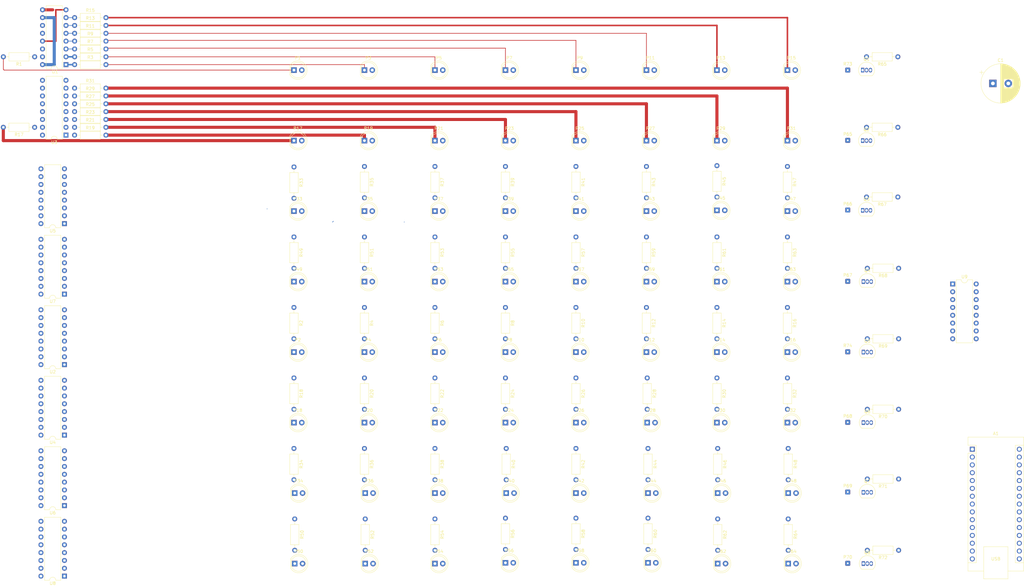
<source format=kicad_pcb>
(kicad_pcb (version 20240108) (generator "pcbnew") (generator_version "8.0")
  (layers (0 "F.Cu" signal) (31 "B.Cu" signal) (34 "B.Paste" user) (35 "F.Paste" user) (36 "B.SilkS" user "B.Silkscreen") (37 "F.SilkS" user "F.Silkscreen") (38 "B.Mask" user) (39 "F.Mask" user) (44 "Edge.Cuts" user))
  (net 0 "")
  (net 1 "Net-(A1-D11)")
  (net 5 "+VDC")
  (net 13 "Net-(A1-D13)")
  (net 21 "Net-(A1-D10)")
  (net 23 "-VDC")
  (net 30 "Net-(P1-Pin_1)")
  (net 31 "Net-(P2-Pin_1)")
  (net 32 "Net-(P3-Pin_1)")
  (net 33 "Net-(P4-Pin_1)")
  (net 34 "Net-(P5-Pin_1)")
  (net 35 "Net-(P6-Pin_1)")
  (net 36 "Net-(P7-Pin_1)")
  (net 37 "Net-(P8-Pin_1)")
  (net 38 "Net-(P9-Pin_1)")
  (net 39 "Net-(P10-Pin_1)")
  (net 40 "Net-(P11-Pin_1)")
  (net 41 "Net-(P12-Pin_1)")
  (net 42 "Net-(P13-Pin_1)")
  (net 43 "Net-(P14-Pin_1)")
  (net 44 "Net-(P15-Pin_1)")
  (net 45 "Net-(P16-Pin_1)")
  (net 46 "Net-(P17-Pin_1)")
  (net 47 "Net-(P18-Pin_1)")
  (net 48 "Net-(P19-Pin_1)")
  (net 49 "Net-(P20-Pin_1)")
  (net 50 "Net-(P21-Pin_1)")
  (net 51 "Net-(P22-Pin_1)")
  (net 52 "Net-(P23-Pin_1)")
  (net 53 "Net-(P24-Pin_1)")
  (net 54 "Net-(P25-Pin_1)")
  (net 55 "Net-(P26-Pin_1)")
  (net 56 "Net-(P27-Pin_1)")
  (net 57 "Net-(P28-Pin_1)")
  (net 58 "Net-(P29-Pin_1)")
  (net 59 "Net-(P30-Pin_1)")
  (net 60 "Net-(P31-Pin_1)")
  (net 61 "Net-(P32-Pin_1)")
  (net 62 "Net-(P33-Pin_1)")
  (net 63 "Net-(P34-Pin_1)")
  (net 64 "Net-(P35-Pin_1)")
  (net 65 "Net-(P36-Pin_1)")
  (net 66 "Net-(P37-Pin_1)")
  (net 67 "Net-(P38-Pin_1)")
  (net 68 "Net-(P39-Pin_1)")
  (net 69 "Net-(P40-Pin_1)")
  (net 70 "Net-(P41-Pin_1)")
  (net 71 "Net-(P42-Pin_1)")
  (net 72 "Net-(P43-Pin_1)")
  (net 73 "Net-(P44-Pin_1)")
  (net 74 "Net-(P45-Pin_1)")
  (net 75 "Net-(P46-Pin_1)")
  (net 76 "Net-(P47-Pin_1)")
  (net 77 "Net-(P48-Pin_1)")
  (net 78 "Net-(P49-Pin_1)")
  (net 79 "Net-(P50-Pin_1)")
  (net 80 "Net-(P51-Pin_1)")
  (net 81 "Net-(P52-Pin_1)")
  (net 82 "Net-(P53-Pin_1)")
  (net 83 "Net-(P54-Pin_1)")
  (net 84 "Net-(P55-Pin_1)")
  (net 85 "Net-(P56-Pin_1)")
  (net 86 "Net-(P57-Pin_1)")
  (net 87 "Net-(P58-Pin_1)")
  (net 88 "Net-(P59-Pin_1)")
  (net 89 "Net-(P60-Pin_1)")
  (net 90 "Net-(P61-Pin_1)")
  (net 91 "Net-(P62-Pin_1)")
  (net 92 "Net-(P63-Pin_1)")
  (net 93 "Net-(P64-Pin_1)")
  (net 94 "Net-(P65-Pin_1)")
  (net 95 "Net-(P66-Pin_1)")
  (net 96 "Net-(P67-Pin_1)")
  (net 97 "Net-(P68-Pin_1)")
  (net 98 "Net-(P69-Pin_1)")
  (net 99 "Net-(P70-Pin_1)")
  (net 100 "Net-(Q1-B)")
  (net 101 "Net-(Q1-C)")
  (net 102 "Net-(Q2-B)")
  (net 103 "Net-(Q3-B)")
  (net 104 "Net-(Q4-B)")
  (net 105 "Net-(Q5-B)")
  (net 106 "Net-(Q5-C)")
  (net 107 "Net-(Q6-B)")
  (net 108 "Net-(Q7-B)")
  (net 109 "Net-(Q8-B)")
  (net 110 "Net-(U1-QA)")
  (net 111 "Net-(U2-QA)")
  (net 112 "Net-(U1-QB)")
  (net 113 "Net-(U2-QB)")
  (net 114 "Net-(U1-QC)")
  (net 115 "Net-(U2-QC)")
  (net 116 "Net-(U1-QD)")
  (net 117 "Net-(U2-QD)")
  (net 118 "Net-(U1-QE)")
  (net 119 "Net-(U2-QE)")
  (net 120 "Net-(U1-QF)")
  (net 121 "Net-(U2-QF)")
  (net 122 "Net-(U1-QG)")
  (net 123 "Net-(U2-QG)")
  (net 124 "Net-(U1-QH)")
  (net 125 "Net-(U2-QH)")
  (net 126 "Net-(U3-QA)")
  (net 127 "Net-(U4-QA)")
  (net 128 "Net-(U3-QB)")
  (net 129 "Net-(U4-QB)")
  (net 130 "Net-(U3-QC)")
  (net 131 "Net-(U4-QC)")
  (net 132 "Net-(U3-QD)")
  (net 133 "Net-(U4-QD)")
  (net 134 "Net-(U3-QE)")
  (net 135 "Net-(U4-QE)")
  (net 136 "Net-(U3-QF)")
  (net 137 "Net-(U4-QF)")
  (net 138 "Net-(U3-QG)")
  (net 139 "Net-(U4-QG)")
  (net 140 "Net-(U3-QH)")
  (net 141 "Net-(U4-QH)")
  (net 142 "Net-(U5-QA)")
  (net 143 "Net-(U6-QA)")
  (net 144 "Net-(U5-QB)")
  (net 145 "Net-(U6-QB)")
  (net 146 "Net-(U5-QC)")
  (net 147 "Net-(U6-QC)")
  (net 148 "Net-(U5-QD)")
  (net 149 "Net-(U6-QD)")
  (net 150 "Net-(U5-QE)")
  (net 151 "Net-(U6-QE)")
  (net 152 "Net-(U5-QF)")
  (net 153 "Net-(U6-QF)")
  (net 154 "Net-(U5-QG)")
  (net 155 "Net-(U6-QG)")
  (net 156 "Net-(U5-QH)")
  (net 157 "Net-(U6-QH)")
  (net 158 "Net-(U7-QA)")
  (net 159 "Net-(U8-QA)")
  (net 160 "Net-(U7-QB)")
  (net 161 "Net-(U8-QB)")
  (net 162 "Net-(U7-QC)")
  (net 163 "Net-(U8-QC)")
  (net 164 "Net-(U7-QD)")
  (net 165 "Net-(U8-QD)")
  (net 166 "Net-(U7-QE)")
  (net 167 "Net-(U8-QE)")
  (net 168 "Net-(U7-QF)")
  (net 169 "Net-(U8-QF)")
  (net 170 "Net-(U7-QG)")
  (net 171 "Net-(U8-QG)")
  (net 172 "Net-(U7-QH)")
  (net 173 "Net-(U8-QH)")
  (net 174 "Net-(U9-QA)")
  (net 175 "Net-(U9-QB)")
  (net 176 "Net-(U9-QC)")
  (net 177 "Net-(U9-QD)")
  (net 178 "Net-(U9-QE)")
  (net 179 "Net-(U9-QF)")
  (net 180 "Net-(U9-QG)")
  (net 181 "Net-(U9-QH)")
  (net 182 "Net-(U1-QH')")
  (net 183 "Net-(U2-QH')")
  (net 184 "Net-(U2-SER)")
  (net 185 "Net-(U3-QH')")
  (net 186 "Net-(U4-QH')")
  (net 187 "Net-(U5-QH')")
  (net 188 "Net-(U6-QH')")
  (net 189 "Net-(U8-QH')")
  (footprint "LED_THT:LED_D5.0mm" (layer "F.Cu") (at 183.388 30.988)
    (property "Reference" "P13")
    (property "Value" "Column_0_6")
  )
  (footprint "Resistor_THT:R_Axial_DIN0207_L6.3mm_D2.5mm_P10.16mm_Horizontal" (layer "F.Cu") (at 183.388 61.976 -90)
    (property "Reference" "R45")
    (property "Value" "220R")
  )
  (footprint "LED_THT:LED_D5.0mm" (layer "F.Cu") (at 46.223 122.428)
    (property "Reference" "P2")
    (property "Value" "Column_4_0")
  )
  (footprint "Connector_Wire:SolderWire-0.1sqmm_1x01_D0.4mm_OD1mm" (layer "F.Cu") (at 225.806 145.194)
    (property "Reference" "P68")
    (property "Value" "Layer  5")
  )
  (footprint "Resistor_THT:R_Axial_DIN0207_L6.3mm_D2.5mm_P10.16mm_Horizontal" (layer "F.Cu") (at 115.062 153.67 -90)
    (property "Reference" "R40")
    (property "Value" "220R")
  )
  (footprint "Resistor_THT:R_Axial_DIN0207_L6.3mm_D2.5mm_P10.16mm_Horizontal" (layer "F.Cu") (at 160.528 85.09 -90)
    (property "Reference" "R59")
    (property "Value" "220R")
  )
  (footprint "Connector_Wire:SolderWire-0.1sqmm_1x01_D0.4mm_OD1mm" (layer "F.Cu") (at 225.806 190.914)
    (property "Reference" "P70")
    (property "Value" "Layer 7")
  )
  (footprint "Resistor_THT:R_Axial_DIN0207_L6.3mm_D2.5mm_P10.16mm_Horizontal" (layer "F.Cu") (at 242.062 72.136 180)
    (property "Reference" "R67")
    (property "Value" "220R")
  )
  (footprint "LED_THT:LED_D5.0mm" (layer "F.Cu") (at 206.248 76.708)
    (property "Reference" "P47")
    (property "Value" "Column_2_7")
  )
  (footprint "LED_THT:LED_D5.0mm" (layer "F.Cu") (at 160.528 30.988)
    (property "Reference" "P11")
    (property "Value" "Column_0_5")
  )
  (footprint "Resistor_THT:R_Axial_DIN0207_L6.3mm_D2.5mm_P10.16mm_Horizontal" (layer "F.Cu") (at 206.248 85.09 -90)
    (property "Reference" "R63")
    (property "Value" "220R")
  )
  (footprint "LED_THT:LED_D5.0mm" (layer "F.Cu") (at 69.088 145.288)
    (property "Reference" "P20")
    (property "Value" "Column_5_1")
  )
  (footprint "Package_TO_SOT_THT:TO-92_Inline" (layer "F.Cu") (at 230.886 191.008)
    (property "Reference" "Q8")
    (property "Value" "BC337")
  )
  (footprint "LED_THT:LED_D5.0mm" (layer "F.Cu") (at 91.943 122.428)
    (property "Reference" "P6")
    (property "Value" "Column_4_2")
  )
  (footprint "Resistor_THT:R_Axial_DIN0207_L6.3mm_D2.5mm_P10.16mm_Horizontal" (layer "F.Cu") (at 206.248 130.81 -90)
    (property "Reference" "R32")
    (property "Value" "220R")
  )
  (footprint "LED_THT:LED_D5.0mm" (layer "F.Cu") (at 69.342 168.148)
    (property "Reference" "P36")
    (property "Value" "Column_6_1")
  )
  (footprint "LED_THT:LED_D5.0mm" (layer "F.Cu") (at 114.808 99.568)
    (property "Reference" "P55")
    (property "Value" "Column_3_3")
  )
  (footprint "LED_THT:LED_D5.0mm" (layer "F.Cu") (at 206.502 168.148)
    (property "Reference" "P48")
    (property "Value" "Column_6_7")
  )
  (footprint "Package_TO_SOT_THT:TO-92_Inline" (layer "F.Cu") (at 230.886 145.288)
    (property "Reference" "Q6")
    (property "Value" "BC337")
  )
  (footprint "LED_THT:LED_D5.0mm" (layer "F.Cu") (at 161.036 168.148)
    (property "Reference" "P44")
    (property "Value" "Column_6_5")
  )
  (footprint "Resistor_THT:R_Axial_DIN0207_L6.3mm_D2.5mm_P10.16mm_Horizontal" (layer "F.Cu") (at 242.316 186.69 180)
    (property "Reference" "R72")
    (property "Value" "220R")
  )
  (footprint "Resistor_THT:R_Axial_DIN0207_L6.3mm_D2.5mm_P10.16mm_Horizontal" (layer "F.Cu") (at -24.892 24.13)
    (property "Reference" "R7")
    (property "Value" "220R")
  )
  (footprint "Connector_Wire:SolderWire-0.1sqmm_1x01_D0.4mm_OD1mm" (layer "F.Cu") (at 225.806 76.36)
    (property "Reference" "P66")
    (property "Value" "Layer 2")
  )
  (footprint "Connector_Wire:SolderWire-0.1sqmm_1x01_D0.4mm_OD1mm" (layer "F.Cu") (at 225.806 167.8)
    (property "Reference" "P69")
    (property "Value" "Layer 6")
  )
  (footprint "Resistor_THT:R_Axial_DIN0207_L6.3mm_D2.5mm_P10.16mm_Horizontal" (layer "F.Cu") (at 91.948 85.09 -90)
    (property "Reference" "R53")
    (property "Value" "220R")
  )
  (footprint "LED_THT:LED_D5.0mm" (layer "F.Cu") (at 160.528 53.848)
    (property "Reference" "P27")
    (property "Value" "Column_1_5")
  )
  (footprint "Resistor_THT:R_Axial_DIN0207_L6.3mm_D2.5mm_P10.16mm_Horizontal" (layer "F.Cu") (at 161.036 176.276 -90)
    (property "Reference" "R60")
    (property "Value" "220R")
  )
  (footprint "Resistor_THT:R_Axial_DIN0207_L6.3mm_D2.5mm_P10.16mm_Horizontal" (layer "F.Cu") (at -24.892 29.21)
    (property "Reference" "R3")
    (property "Value" "220R")
  )
  (footprint "Package_DIP:DIP-16_W7.62mm" (layer "F.Cu") (at 259.842 100.33)
    (property "Reference" "U9")
    (property "Value" "74HC595")
  )
  (footprint "Resistor_THT:R_Axial_DIN0207_L6.3mm_D2.5mm_P10.16mm_Horizontal" (layer "F.Cu") (at -24.892 16.51)
    (property "Reference" "R13")
    (property "Value" "220R")
  )
  (footprint "Resistor_THT:R_Axial_DIN0207_L6.3mm_D2.5mm_P10.16mm_Horizontal" (layer "F.Cu") (at 206.502 153.67 -90)
    (property "Reference" "R48")
    (property "Value" "220R")
  )
  (footprint "Resistor_THT:R_Axial_DIN0207_L6.3mm_D2.5mm_P10.16mm_Horizontal" (layer "F.Cu") (at 91.948 176.53 -90)
    (property "Reference" "R54")
    (property "Value" "220R")
  )
  (footprint "Resistor_THT:R_Axial_DIN0207_L6.3mm_D2.5mm_P10.16mm_Horizontal" (layer "F.Cu") (at 183.388 130.81 -90)
    (property "Reference" "R30")
    (property "Value" "220R")
  )
  (footprint "Resistor_THT:R_Axial_DIN0207_L6.3mm_D2.5mm_P10.16mm_Horizontal" (layer "F.Cu") (at -24.892 21.59)
    (property "Reference" "R9")
    (property "Value" "220R")
  )
  (footprint "LED_THT:LED_D5.0mm" (layer "F.Cu") (at 183.642 191.008)
    (property "Reference" "P62")
    (property "Value" "Column_7_6")
  )
  (footprint "Resistor_THT:R_Axial_DIN0207_L6.3mm_D2.5mm_P10.16mm_Horizontal" (layer "F.Cu") (at 183.642 176.53 -90)
    (property "Reference" "R62")
    (property "Value" "220R")
  )
  (footprint "LED_THT:LED_D5.0mm" (layer "F.Cu") (at 206.248 145.288)
    (property "Reference" "P32")
    (property "Value" "Column_5_7")
  )
  (footprint "Resistor_THT:R_Axial_DIN0207_L6.3mm_D2.5mm_P10.16mm_Horizontal" (layer "F.Cu") (at -24.892 13.97)
    (property "Reference" "R15")
    (property "Value" "220R")
  )
  (footprint "Connector_Wire:SolderWire-0.1sqmm_1x01_D0.4mm_OD1mm" (layer "F.Cu") (at 225.806 99.474)
    (property "Reference" "P67")
    (property "Value" "Layer 3")
  )
  (footprint "Resistor_THT:R_Axial_DIN0207_L6.3mm_D2.5mm_P10.16mm_Horizontal" (layer "F.Cu") (at 46.223 107.95 -90)
    (property "Reference" "R2")
    (property "Value" "220R")
  )
  (footprint "LED_THT:LED_D5.0mm" (layer "F.Cu") (at 160.523 122.428)
    (property "Reference" "P12")
    (property "Value" "Column_4_5")
  )
  (footprint "LED_THT:LED_D5.0mm" (layer "F.Cu") (at 114.808 53.848)
    (property "Reference" "P23")
    (property "Value" "Column_1_3")
  )
  (footprint "LED_THT:LED_D5.0mm" (layer "F.Cu") (at 114.803 122.428)
    (property "Reference" "P8")
    (property "Value" "Column_4_3")
  )
  (footprint "LED_THT:LED_D5.0mm" (layer "F.Cu") (at 114.808 30.988)
    (property "Reference" "P7")
    (property "Value" "Column_0_3")
  )
  (footprint "LED_THT:LED_D5.0mm" (layer "F.Cu") (at 137.668 190.754)
    (property "Reference" "P58")
    (property "Value" "Column_7_4")
  )
  (footprint "Resistor_THT:R_Axial_DIN0207_L6.3mm_D2.5mm_P10.16mm_Horizontal" (layer "F.Cu") (at 160.528 62.23 -90)
    (property "Reference" "R43")
    (property "Value" "220R")
  )
  (footprint "LED_THT:LED_D5.0mm" (layer "F.Cu") (at 69.088 99.568)
    (property "Reference" "P51")
    (property "Value" "Column_3_1")
  )
  (footprint "Resistor_THT:R_Axial_DIN0207_L6.3mm_D2.5mm_P10.16mm_Horizontal" (layer "F.Cu") (at 91.948 153.67 -90)
    (property "Reference" "R38")
    (property "Value" "220R")
  )
  (footprint "Resistor_THT:R_Axial_DIN0207_L6.3mm_D2.5mm_P10.16mm_Horizontal" (layer "F.Cu") (at 69.088 85.09 -90)
    (property "Reference" "R51")
    (property "Value" "220R")
  )
  (footprint "Package_TO_SOT_THT:TO-92_Inline" (layer "F.Cu") (at 230.632 76.454)
    (property "Reference" "Q3")
    (property "Value" "BC337")
  )
  (footprint "LED_THT:LED_D5.0mm" (layer "F.Cu") (at 206.248 30.988)
    (property "Reference" "P15")
    (property "Value" "Column_0_7")
  )
  (footprint "Resistor_THT:R_Axial_DIN0207_L6.3mm_D2.5mm_P10.16mm_Horizontal" (layer "F.Cu") (at 46.228 85.09 -90)
    (property "Reference" "R49")
    (property "Value" "220R")
  )
  (footprint "LED_THT:LED_D5.0mm" (layer "F.Cu") (at 115.062 168.148)
    (property "Reference" "P40")
    (property "Value" "Column_6_3")
  )
  (footprint "LED_THT:LED_D5.0mm" (layer "F.Cu") (at 160.782 145.288)
    (property "Reference" "P28")
    (property "Value" "Column_5_5")
  )
  (footprint "Resistor_THT:R_Axial_DIN0207_L6.3mm_D2.5mm_P10.16mm_Horizontal" (layer "F.Cu") (at -24.902 41.91)
    (property "Reference" "R27")
    (property "Value" "220R")
  )
  (footprint "Package_TO_SOT_THT:TO-92_Inline" (layer "F.Cu") (at 230.886 122.428)
    (property "Reference" "Q5")
    (property "Value" "BC337")
  )
  (footprint "Resistor_THT:R_Axial_DIN0207_L6.3mm_D2.5mm_P10.16mm_Horizontal" (layer "F.Cu") (at -24.902 39.37)
    (property "Reference" "R29")
    (property "Value" "220R")
  )
  (footprint "Resistor_THT:R_Axial_DIN0207_L6.3mm_D2.5mm_P10.16mm_Horizontal" (layer "F.Cu") (at -37.856 49.53 180)
    (property "Reference" "R17")
    (property "Value" "220R")
  )
  (footprint "Resistor_THT:R_Axial_DIN0207_L6.3mm_D2.5mm_P10.16mm_Horizontal" (layer "F.Cu") (at 137.668 85.09 -90)
    (property "Reference" "R57")
    (property "Value" "220R")
  )
  (footprint "Resistor_THT:R_Axial_DIN0207_L6.3mm_D2.5mm_P10.16mm_Horizontal" (layer "F.Cu") (at 137.668 130.81 -90)
    (property "Reference" "R26")
    (property "Value" "220R")
  )
  (footprint "Resistor_THT:R_Axial_DIN0207_L6.3mm_D2.5mm_P10.16mm_Horizontal" (layer "F.Cu") (at 46.238 62.39 -90)
    (property "Reference" "R33")
    (property "Value" "220R")
  )
  (footprint "LED_THT:LED_D5.0mm" (layer "F.Cu") (at 137.668 53.848)
    (property "Reference" "P25")
    (property "Value" "Column_1_4")
  )
  (footprint "Resistor_THT:R_Axial_DIN0207_L6.3mm_D2.5mm_P10.16mm_Horizontal" (layer "F.Cu") (at 160.523 107.95 -90)
    (property "Reference" "R12")
    (property "Value" "220R")
  )
  (footprint "LED_THT:LED_D5.0mm" (layer "F.Cu") (at 183.388 76.454)
    (property "Reference" "P45")
    (property "Value" "Column_2_6")
  )
  (footprint "Package_TO_SOT_THT:TO-92_Inline" (layer "F.Cu") (at 230.632 30.988)
    (property "Reference" "Q1")
    (property "Value" "BC337")
  )
  (footprint "LED_THT:LED_D5.0mm" (layer "F.Cu") (at 69.342 191.008)
    (property "Reference" "P52")
    (property "Value" "Column_7_1")
  )
  (footprint "Resistor_THT:R_Axial_DIN0207_L6.3mm_D2.5mm_P10.16mm_Horizontal" (layer "F.Cu") (at 137.668 176.276 -90)
    (property "Reference" "R58")
    (property "Value" "220R")
  )
  (footprint "Connector_Wire:SolderWire-0.1sqmm_1x01_D0.4mm_OD1mm" (layer "F.Cu") (at 225.806 30.988)
    (property "Reference" "R73")
    (property "Value" "Layer 0")
  )
  (footprint "Connector_Wire:SolderWire-0.1sqmm_1x01_D0.4mm_OD1mm" (layer "F.Cu") (at 225.806 53.754)
    (property "Reference" "P65")
    (property "Value" "Layer 1")
  )
  (footprint "Resistor_THT:R_Axial_DIN0207_L6.3mm_D2.5mm_P10.16mm_Horizontal" (layer "F.Cu") (at 206.248 62.23 -90)
    (property "Reference" "R47")
    (property "Value" "220R")
  )
  (footprint "LED_THT:LED_D5.0mm" (layer "F.Cu") (at 46.228 76.708)
    (property "Reference" "P33")
    (property "Value" "Column_2_0")
  )
  (footprint "LED_THT:LED_D5.0mm" (layer "F.Cu") (at 206.243 122.428)
    (property "Reference" "P16")
    (property "Value" "Column_4_7")
  )
  (footprint "Resistor_THT:R_Axial_DIN0207_L6.3mm_D2.5mm_P10.16mm_Horizontal" (layer "F.Cu") (at -24.902 44.45)
    (property "Reference" "R25")
    (property "Value" "220R")
  )
  (footprint "Resistor_THT:R_Axial_DIN0207_L6.3mm_D2.5mm_P10.16mm_Horizontal" (layer "F.Cu") (at 69.083 107.95 -90)
    (property "Reference" "R4")
    (property "Value" "220R")
  )
  (footprint "Resistor_THT:R_Axial_DIN0207_L6.3mm_D2.5mm_P10.16mm_Horizontal" (layer "F.Cu") (at 69.088 130.81 -90)
    (property "Reference" "R20")
    (property "Value" "220R")
  )
  (footprint "Resistor_THT:R_Axial_DIN0207_L6.3mm_D2.5mm_P10.16mm_Horizontal" (layer "F.Cu") (at 242.062 26.67 180)
    (property "Reference" "R65")
    (property "Value" "220R")
  )
  (footprint "Resistor_THT:R_Axial_DIN0207_L6.3mm_D2.5mm_P10.16mm_Horizontal" (layer "F.Cu") (at -24.902 36.83)
    (property "Reference" "R31")
    (property "Value" "220R")
  )
  (footprint "LED_THT:LED_D5.0mm" (layer "F.Cu") (at 183.388 145.288)
    (property "Reference" "P30")
    (property "Value" "Column_5_6")
  )
  (footprint "LED_THT:LED_D5.0mm" (layer "F.Cu") (at 46.228 99.568)
    (property "Reference" "P49")
    (property "Value" "Column_3_0")
  )
  (footprint "Resistor_THT:R_Axial_DIN0207_L6.3mm_D2.5mm_P10.16mm_Horizontal" (layer "F.Cu") (at 46.482 176.53 -90)
    (property "Reference" "R50")
    (property "Value" "220R")
  )
  (footprint "LED_THT:LED_D5.0mm" (layer "F.Cu") (at 137.668 145.288)
    (property "Reference" "P26")
    (property "Value" "Column_5_4")
  )
  (footprint "Package_DIP:DIP-16_W7.62mm" (layer "F.Cu") (at -28.194 80.772 180)
    (property "Reference" "U5")
    (property "Value" "74HC595")
  )
  (footprint "LED_THT:LED_D5.0mm" (layer "F.Cu") (at 206.248 53.848)
    (property "Reference" "P31")
    (property "Value" "Column_1_7")
  )
  (footprint "Package_DIP:DIP-16_W7.62mm" (layer "F.Cu") (at -27.696 52.07 180)
    (property "Reference" "U3")
    (property "Value" "74HC595")
  )
  (footprint "LED_THT:LED_D5.0mm" (layer "F.Cu") (at 160.528 99.568)
    (property "Reference" "P59")
    (property "Value" "Column_3_5")
  )
  (footprint "LED_THT:LED_D5.0mm" (layer "F.Cu") (at 160.528 76.708)
    (property "Reference" "P43")
    (property "Value" "Column_2_5")
  )
  (footprint "Resistor_THT:R_Axial_DIN0207_L6.3mm_D2.5mm_P10.16mm_Horizontal" (layer "F.Cu") (at 242.316 163.576 180)
    (property "Reference" "R71")
    (property "Value" "220R")
  )
  (footprint "Resistor_THT:R_Axial_DIN0207_L6.3mm_D2.5mm_P10.16mm_Horizontal" (layer "F.Cu") (at 242.316 140.97 180)
    (property "Reference" "R70")
    (property "Value" "220R")
  )
  (footprint "LED_THT:LED_D5.0mm" (layer "F.Cu") (at 114.808 145.288)
    (property "Reference" "P24")
    (property "Value" "Column_5_3")
  )
  (footprint "LED_THT:LED_D5.0mm" (layer "F.Cu") (at 206.248 99.568)
    (property "Reference" "P63")
    (property "Value" "Column_3_7")
  )
  (footprint "Resistor_THT:R_Axial_DIN0207_L6.3mm_D2.5mm_P10.16mm_Horizontal" (layer "F.Cu") (at 114.803 107.95 -90)
    (property "Reference" "R8")
    (property "Value" "220R")
  )
  (footprint "Package_DIP:DIP-16_W7.62mm" (layer "F.Cu") (at -28.194 172.212 180)
    (property "Reference" "U6")
    (property "Value" "74HC595")
  )
  (footprint "LED_THT:LED_D5.0mm" (layer "F.Cu") (at 137.668 76.708)
    (property "Reference" "P41")
    (property "Value" "Column_2_4")
  )
  (footprint "Package_DIP:DIP-16_W7.62mm" (layer "F.Cu") (at -28.194 103.632 180)
    (property "Reference" "U7")
    (property "Value" "74HC595")
  )
  (footprint "LED_THT:LED_D5.0mm" (layer "F.Cu") (at 46.228 53.848)
    (property "Reference" "P17")
    (property "Value" "Column_1_0")
  )
  (footprint "LED_THT:LED_D5.0mm" (layer "F.Cu") (at 183.388 53.848)
    (property "Reference" "P29")
    (property "Value" "Column_1_6")
  )
  (footprint "LED_THT:LED_D5.0mm" (layer "F.Cu") (at 46.482 191.008)
    (property "Reference" "P50")
    (property "Value" "Column_7_0")
  )
  (footprint "Resistor_THT:R_Axial_DIN0207_L6.3mm_D2.5mm_P10.16mm_Horizontal" (layer "F.Cu") (at -24.902 46.99)
    (property "Reference" "R23")
    (property "Value" "220R")
  )
  (footprint "LED_THT:LED_D5.0mm" (layer "F.Cu") (at 206.502 191.008)
    (property "Reference" "P64")
    (property "Value" "Column_7_7")
  )
  (footprint "LED_THT:LED_D5.0mm" (layer "F.Cu") (at 91.948 145.288)
    (property "Reference" "P22")
    (property "Value" "Column_5_2")
  )
  (footprint "Resistor_THT:R_Axial_DIN0207_L6.3mm_D2.5mm_P10.16mm_Horizontal" (layer "F.Cu") (at 69.088 62.23 -90)
    (property "Reference" "R35")
    (property "Value" "220R")
  )
  (footprint "Resistor_THT:R_Axial_DIN0207_L6.3mm_D2.5mm_P10.16mm_Horizontal" (layer "F.Cu") (at 206.243 107.95 -90)
    (property "Reference" "R16")
    (property "Value" "220R")
  )
  (footprint "Resistor_THT:R_Axial_DIN0207_L6.3mm_D2.5mm_P10.16mm_Horizontal" (layer "F.Cu") (at 91.948 62.23 -90)
    (property "Reference" "R37")
    (property "Value" "220R")
  )
  (footprint "Resistor_THT:R_Axial_DIN0207_L6.3mm_D2.5mm_P10.16mm_Horizontal" (layer "F.Cu") (at -24.902 49.53)
    (property "Reference" "R21")
    (property "Value" "220R")
  )
  (footprint "LED_THT:LED_D5.0mm" (layer "F.Cu") (at 91.948 168.148)
    (property "Reference" "P38")
    (property "Value" "Column_6_2")
  )
  (footprint "Resistor_THT:R_Axial_DIN0207_L6.3mm_D2.5mm_P10.16mm_Horizontal" (layer "F.Cu") (at 91.943 107.95 -90)
    (property "Reference" "R6")
    (property "Value" "220R")
  )
  (footprint "LED_THT:LED_D5.0mm" (layer "F.Cu") (at 69.088 53.848)
    (property "Reference" "P19")
    (property "Value" "Column_1_1")
  )
  (footprint "LED_THT:LED_D5.0mm" (layer "F.Cu") (at 46.482 168.148)
    (property "Reference" "P34")
    (property "Value" "Column_6_0")
  )
  (footprint "LED_THT:LED_D5.0mm" (layer "F.Cu") (at 137.668 30.988)
    (property "Reference" "P9")
    (property "Value" "Column_0_4")
  )
  (footprint "Resistor_THT:R_Axial_DIN0207_L6.3mm_D2.5mm_P10.16mm_Horizontal" (layer "F.Cu") (at 183.388 85.09 -90)
    (property "Reference" "R61")
    (property "Value" "220R")
  )
  (footprint "Package_DIP:DIP-16_W7.62mm" (layer "F.Cu") (at -28.194 126.492 180)
    (property "Reference" "U2")
    (property "Value" "74HC595")
  )
  (footprint "Resistor_THT:R_Axial_DIN0207_L6.3mm_D2.5mm_P10.16mm_Horizontal" (layer "F.Cu") (at 161.036 153.67 -90)
    (property "Reference" "R44")
    (property "Value" "220R")
  )
  (footprint "Resistor_THT:R_Axial_DIN0207_L6.3mm_D2.5mm_P10.16mm_Horizontal" (layer "F.Cu") (at 242.316 95.25 180)
    (property "Reference" "R68")
    (property "Value" "220R")
  )
  (footprint "Package_DIP:DIP-16_W7.62mm" (layer "F.Cu") (at -28.194 149.352 180)
    (property "Reference" "U4")
    (property "Value" "74HC595")
  )
  (footprint "Resistor_THT:R_Axial_DIN0207_L6.3mm_D2.5mm_P10.16mm_Horizontal" (layer "F.Cu") (at 137.668 153.67 -90)
    (property "Reference" "R42")
    (property "Value" "220R")
  )
  (footprint "Package_TO_SOT_THT:TO-92_Inline" (layer "F.Cu") (at 230.886 99.568)
    (property "Reference" "Q4")
    (property "Value" "BC337")
  )
  (footprint "Resistor_THT:R_Axial_DIN0207_L6.3mm_D2.5mm_P10.16mm_Horizontal" (layer "F.Cu") (at 69.088 153.67 -90)
    (property "Reference" "R36")
    (property "Value" "220R")
  )
  (footprint "LED_THT:LED_D5.0mm" (layer "F.Cu") (at 69.083 122.428)
    (property "Reference" "P4")
    (property "Value" "Column_4_1")
  )
  (footprint "Resistor_THT:R_Axial_DIN0207_L6.3mm_D2.5mm_P10.16mm_Horizontal" (layer "F.Cu") (at 91.948 130.81 -90)
    (property "Reference" "R22")
    (property "Value" "220R")
  )
  (footprint "Resistor_THT:R_Axial_DIN0207_L6.3mm_D2.5mm_P10.16mm_Horizontal" (layer "F.Cu") (at -24.892 26.67)
    (property "Reference" "R5")
    (property "Value" "220R")
  )
  (footprint "Resistor_THT:R_Axial_DIN0207_L6.3mm_D2.5mm_P10.16mm_Horizontal" (layer "F.Cu") (at 137.668 62.23 -90)
    (property "Reference" "R41")
    (property "Value" "220R")
  )
  (footprint "Package_DIP:DIP-16_W7.62mm" (layer "F.Cu") (at -28.194 195.072 180)
    (property "Reference" "U8")
    (property "Value" "74HC595")
  )
  (footprint "LED_THT:LED_D5.0mm" (layer "F.Cu") (at 137.663 122.428)
    (property "Reference" "P10")
    (property "Value" "Column_4_4")
  )
  (footprint "Resistor_THT:R_Axial_DIN0207_L6.3mm_D2.5mm_P10.16mm_Horizontal" (layer "F.Cu") (at 137.663 107.95 -90)
    (property "Reference" "R10")
    (property "Value" "220R")
  )
  (footprint "Resistor_THT:R_Axial_DIN0207_L6.3mm_D2.5mm_P10.16mm_Horizontal" (layer "F.Cu") (at 114.808 85.09 -90)
    (property "Reference" "R55")
    (property "Value" "220R")
  )
  (footprint "Connector_Wire:SolderWire-0.1sqmm_1x01_D0.4mm_OD1mm" (layer "F.Cu") (at 225.806 122.334)
    (property "Reference" "R74")
    (property "Value" "Layer 4")
  )
  (footprint "LED_THT:LED_D5.0mm" (layer "F.Cu") (at 114.808 76.708)
    (property "Reference" "P39")
    (property "Value" "Column_2_3")
  )
  (footprint "Capacitor_THT:CP_Radial_D12.5mm_P5.00mm" (layer "F.Cu") (at 272.876 35.306)
    (property "Reference" "C1")
    (property "Value" "1000nF")
  )
  (footprint "Resistor_THT:R_Axial_DIN0207_L6.3mm_D2.5mm_P10.16mm_Horizontal" (layer "F.Cu") (at 114.808 62.23 -90)
    (property "Reference" "R39")
    (property "Value" "220R")
  )
  (footprint "Resistor_THT:R_Axial_DIN0207_L6.3mm_D2.5mm_P10.16mm_Horizontal" (layer "F.Cu") (at 206.502 176.53 -90)
    (property "Reference" "R64")
    (property "Value" "220R")
  )
  (footprint "LED_THT:LED_D5.0mm" (layer "F.Cu") (at 46.228 145.288)
    (property "Reference" "P18")
    (property "Value" "Column_5_0")
  )
  (footprint "LED_THT:LED_D5.0mm" (layer "F.Cu") (at 161.036 190.754)
    (property "Reference" "P60")
    (property "Value" "Column_7_5")
  )
  (footprint "LED_THT:LED_D5.0mm" (layer "F.Cu") (at 137.668 99.568)
    (property "Reference" "P57")
    (property "Value" "Column_3_4")
  )
  (footprint "Resistor_THT:R_Axial_DIN0207_L6.3mm_D2.5mm_P10.16mm_Horizontal" (layer "F.Cu") (at 46.228 153.67 -90)
    (property "Reference" "R34")
    (property "Value" "220R")
  )
  (footprint "Resistor_THT:R_Axial_DIN0207_L6.3mm_D2.5mm_P10.16mm_Horizontal" (layer "F.Cu") (at -24.892 19.05)
    (property "Reference" "R11")
    (property "Value" "220R")
  )
  (footprint "Resistor_THT:R_Axial_DIN0207_L6.3mm_D2.5mm_P10.16mm_Horizontal" (layer "F.Cu") (at 242.316 118.11 180)
    (property "Reference" "R69")
    (property "Value" "220R")
  )
  (footprint "Package_TO_SOT_THT:TO-92_Inline" (layer "F.Cu") (at 230.886 167.894)
    (property "Reference" "Q7")
    (property "Value" "BC337")
  )
  (footprint "LED_THT:LED_D5.0mm" (layer "F.Cu") (at 183.642 168.148)
    (property "Reference" "P46")
    (property "Value" "Column_6_6")
  )
  (footprint "LED_THT:LED_D5.0mm" (layer "F.Cu") (at 183.383 122.428)
    (property "Reference" "P14")
    (property "Value" "Column_4_6")
  )
  (footprint "LED_THT:LED_D5.0mm" (layer "F.Cu") (at 91.948 53.848)
    (property "Reference" "P21")
    (property "Value" "Column_1_2")
  )
  (footprint "Package_TO_SOT_THT:TO-92_Inline" (layer "F.Cu") (at 230.632 53.848)
    (property "Reference" "Q2")
    (property "Value" "BC337")
  )
  (footprint "LED_THT:LED_D5.0mm" (layer "F.Cu") (at 91.948 30.988)
    (property "Reference" "P5")
    (property "Value" "Column_0_2")
  )
  (footprint "Resistor_THT:R_Axial_DIN0207_L6.3mm_D2.5mm_P10.16mm_Horizontal" (layer "F.Cu") (at 46.228 130.81 -90)
    (property "Reference" "R18")
    (property "Value" "220R")
  )
  (footprint "LED_THT:LED_D5.0mm" (layer "F.Cu") (at 69.088 30.988)
    (property "Reference" "P3")
    (property "Value" "Column_0_1")
  )
  (footprint "LED_THT:LED_D5.0mm" (layer "F.Cu") (at 91.948 99.568)
    (property "Reference" "P53")
    (property "Value" "Column_3_2")
  )
  (footprint "Resistor_THT:R_Axial_DIN0207_L6.3mm_D2.5mm_P10.16mm_Horizontal" (layer "F.Cu") (at 114.808 176.276 -90)
    (property "Reference" "R56")
    (property "Value" "220R")
  )
  (footprint "Resistor_THT:R_Axial_DIN0207_L6.3mm_D2.5mm_P10.16mm_Horizontal" (layer "F.Cu") (at 114.808 130.81 -90)
    (property "Reference" "R24")
    (property "Value" "220R")
  )
  (footprint "Resistor_THT:R_Axial_DIN0207_L6.3mm_D2.5mm_P10.16mm_Horizontal" (layer "F.Cu") (at -37.846 26.67 180)
    (property "Reference" "R1")
    (property "Value" "220R")
  )
  (footprint "LED_THT:LED_D5.0mm" (layer "F.Cu") (at 91.948 191.008)
    (property "Reference" "P54")
    (property "Value" "Column_7_2")
  )
  (footprint "LED_THT:LED_D5.0mm" (layer "F.Cu") (at 69.088 76.708)
    (property "Reference" "P35")
    (property "Value" "Column_2_1")
  )
  (footprint "LED_THT:LED_D5.0mm" (layer "F.Cu") (at 46.228 30.988)
    (property "Reference" "P1")
    (property "Value" "Column_0_0")
  )
  (footprint "Resistor_THT:R_Axial_DIN0207_L6.3mm_D2.5mm_P10.16mm_Horizontal" (layer "F.Cu") (at 242.062 49.53 180)
    (property "Reference" "R66")
    (property "Value" "220R")
  )
  (footprint "Package_DIP:DIP-16_W7.62mm" (layer "F.Cu") (at -27.686 29.21 180)
    (property "Reference" "U1")
    (property "Value" "74HC595")
  )
  (footprint "Resistor_THT:R_Axial_DIN0207_L6.3mm_D2.5mm_P10.16mm_Horizontal" (layer "F.Cu") (at 183.642 153.67 -90)
    (property "Reference" "R46")
    (property "Value" "220R")
  )
  (footprint "Module:Arduino_Nano" (layer "F.Cu") (at 266.202 153.924)
    (property "Reference" "A1")
    (property "Value" "Arduino_Nano_v3.x")
  )
  (footprint "Resistor_THT:R_Axial_DIN0207_L6.3mm_D2.5mm_P10.16mm_Horizontal" (layer "F.Cu") (at -24.902 52.07)
    (property "Reference" "R19")
    (property "Value" "220R")
  )
  (footprint "LED_THT:LED_D5.0mm" (layer "F.Cu") (at 114.808 190.754)
    (property "Reference" "P56")
    (property "Value" "Column_7_3")
  )
  (footprint "Resistor_THT:R_Axial_DIN0207_L6.3mm_D2.5mm_P10.16mm_Horizontal" (layer "F.Cu") (at 160.782 130.81 -90)
    (property "Reference" "R28")
    (property "Value" "220R")
  )
  (footprint "Resistor_THT:R_Axial_DIN0207_L6.3mm_D2.5mm_P10.16mm_Horizontal" (layer "F.Cu") (at 69.342 176.53 -90)
    (property "Reference" "R52")
    (property "Value" "220R")
  )
  (footprint "LED_THT:LED_D5.0mm" (layer "F.Cu") (at 91.948 76.708)
    (property "Reference" "P37")
    (property "Value" "Column_2_2")
  )
  (footprint "LED_THT:LED_D5.0mm" (layer "F.Cu") (at 137.668 168.148)
    (property "Reference" "P42")
    (property "Value" "Column_6_4")
  )
  (footprint "Resistor_THT:R_Axial_DIN0207_L6.3mm_D2.5mm_P10.16mm_Horizontal" (layer "F.Cu") (at 183.383 107.95 -90)
    (property "Reference" "R14")
    (property "Value" "220R")
  )
  (footprint "LED_THT:LED_D5.0mm" (layer "F.Cu") (at 183.388 99.568)
    (property "Reference" "P61")
    (property "Value" "Column_3_6")
  )
  (gr_line (start -27.686 16.51) (end -24.892 16.51) (stroke (width 0.2)) (layer "B.Cu") (net 122))
  (gr_line (start -27.686 19.05) (end -24.892 19.05) (stroke (width 0.2)) (layer "B.Cu") (net 120))
  (gr_line (start -27.686 24.13) (end -24.892 24.13) (stroke (width 0.2)) (layer "B.Cu") (net 116))
  (gr_line (start -27.686 13.97) (end -24.892 13.97) (stroke (width 0.2)) (layer "B.Cu") (net 124))
  (gr_line (start -27.686 21.59) (end -24.892 21.59) (stroke (width 0.2)) (layer "B.Cu") (net 118))
  (segment (start 82.016 80.224) (end 81.976 80.264) (width 0.2) (layer "B.Cu") (net 0))
  (segment (start 37.54 75.96) (end 37.5 76) (width 0.2) (layer "B.Cu") (net 0))
  (segment (start 59.016 79.989) (end 58.741 80.264) (width 0.2) (layer "B.Cu") (net 0))
  (segment (start -35.306 29.21) (end -31.496 29.21) (width 1) (layer "B.Cu") (net 5))
  (segment (start -31.496 13.97) (end -35.306 13.97) (width 1) (layer "B.Cu") (net 5))
  (segment (start -31.496 29.21) (end -31.496 13.97) (width 1) (layer "B.Cu") (net 5))
  (segment (start -30.988 11.43) (end -30.988 21.59) (width 0.5) (layer "F.Cu") (net 23))
  (segment (start -30.988 21.59) (end -35.306 21.59) (width 0.5) (layer "F.Cu") (net 23))
  (segment (start -27.686 11.43) (end -30.988 11.43) (width 0.5) (layer "F.Cu") (net 23))
  (segment (start -48.006 30.734) (end -48.006 26.67) (width 0.2) (layer "F.Cu") (net 30))
  (segment (start -47.752 30.988) (end -48.006 30.734) (width 0.2) (layer "F.Cu") (net 30))
  (segment (start 46.228 30.988) (end -47.752 30.988) (width 0.2) (layer "F.Cu") (net 30))
  (segment (start 69.088 30.988) (end 69.088 29.21) (width 0.2) (layer "F.Cu") (net 32))
  (segment (start -14.732 29.21) (end 69.088 29.21) (width 0.2) (layer "F.Cu") (net 32))
  (segment (start 69.088 30.988) (end 69.088 30.226) (width 0.2) (layer "F.Cu") (net 32))
  (segment (start 91.948 26.67) (end 91.948 30.988) (width 0.2) (layer "F.Cu") (net 34))
  (segment (start -14.732 26.67) (end 91.948 26.67) (width 0.2) (layer "F.Cu") (net 34))
  (segment (start 114.808 23.876) (end 114.808 30.988) (width 0.2) (layer "F.Cu") (net 36))
  (segment (start -14.732 23.876) (end 114.808 23.876) (width 0.2) (layer "F.Cu") (net 36))
  (segment (start 137.668 21.336) (end 137.668 30.988) (width 0.2) (layer "F.Cu") (net 38))
  (segment (start -14.732 21.336) (end 137.668 21.336) (width 0.2) (layer "F.Cu") (net 38))
  (segment (start -14.732 19.05) (end 160.528 19.05) (width 0.2) (layer "F.Cu") (net 40))
  (segment (start 160.528 19.05) (end 160.528 30.988) (width 0.2) (layer "F.Cu") (net 40))
  (segment (start -14.732 16.51) (end 183.388 16.51) (width 0.5) (layer "F.Cu") (net 42))
  (segment (start 183.388 16.51) (end 183.388 30.988) (width 0.5) (layer "F.Cu") (net 42))
  (segment (start 206.248 13.97) (end 206.248 30.988) (width 0.5) (layer "F.Cu") (net 44))
  (segment (start -14.732 13.97) (end 206.248 13.97) (width 0.5) (layer "F.Cu") (net 44))
  (segment (start 46.228 53.848) (end -48.016 53.848) (width 1) (layer "F.Cu") (net 46))
  (segment (start -48.016 49.53) (end -48.016 53.848) (width 1) (layer "F.Cu") (net 46))
  (segment (start 69.088 53.721) (end 69.088 52.07) (width 0.2) (layer "F.Cu") (net 48))
  (segment (start 69.088 52.07) (end 69.088 51.943) (width 0.2) (layer "F.Cu") (net 48))
  (segment (start -14.742 52.07) (end 69.088 52.07) (width 1) (layer "F.Cu") (net 48))
  (segment (start 69.088 53.848) (end 69.088 52.07) (width 1) (layer "F.Cu") (net 48))
  (segment (start 91.948 49.53) (end 91.948 53.848) (width 1) (layer "F.Cu") (net 50))
  (segment (start -14.742 49.53) (end 91.948 49.53) (width 1) (layer "F.Cu") (net 50))
  (segment (start 114.808 46.99) (end 114.808 53.848) (width 1) (layer "F.Cu") (net 52))
  (segment (start -14.742 46.99) (end 114.808 46.99) (width 1) (layer "F.Cu") (net 52))
  (segment (start 137.668 44.45) (end 137.668 53.848) (width 1) (layer "F.Cu") (net 54))
  (segment (start -14.742 44.45) (end 137.668 44.45) (width 1) (layer "F.Cu") (net 54))
  (segment (start -14.742 41.91) (end 160.528 41.91) (width 1) (layer "F.Cu") (net 56))
  (segment (start 160.528 41.91) (end 160.528 53.848) (width 1) (layer "F.Cu") (net 56))
  (segment (start -14.742 39.37) (end 183.388 39.37) (width 1) (layer "F.Cu") (net 58))
  (segment (start 183.388 39.37) (end 183.388 53.848) (width 1) (layer "F.Cu") (net 58))
  (segment (start -14.742 36.83) (end 206.248 36.83) (width 1) (layer "F.Cu") (net 60))
  (segment (start 206.248 36.83) (end 206.248 53.848) (width 1) (layer "F.Cu") (net 60))
  (segment (start -27.686 29.21) (end -24.892 29.21) (width 0.5) (layer "B.Cu") (net 112))
  (segment (start -27.686 26.67) (end -24.892 26.67) (width 0.5) (layer "B.Cu") (net 114))
  (segment (start -35.306 11.43) (end -32.004 11.43) (width 1) (layer "F.Cu") (net 182))
)
</source>
